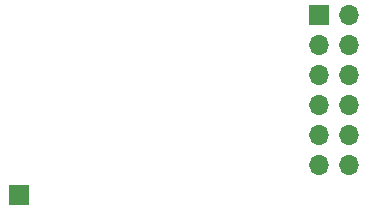
<source format=gbr>
%TF.GenerationSoftware,KiCad,Pcbnew,7.0.1*%
%TF.CreationDate,2023-03-26T17:18:12+02:00*%
%TF.ProjectId,AS4432_ANT_PMOD,41533434-3332-45f4-914e-545f504d4f44,rev?*%
%TF.SameCoordinates,Original*%
%TF.FileFunction,Soldermask,Bot*%
%TF.FilePolarity,Negative*%
%FSLAX46Y46*%
G04 Gerber Fmt 4.6, Leading zero omitted, Abs format (unit mm)*
G04 Created by KiCad (PCBNEW 7.0.1) date 2023-03-26 17:18:12*
%MOMM*%
%LPD*%
G01*
G04 APERTURE LIST*
%ADD10R,1.700000X1.700000*%
%ADD11O,1.700000X1.700000*%
G04 APERTURE END LIST*
D10*
%TO.C,J1*%
X149860000Y-43180000D03*
D11*
X152400000Y-43180000D03*
X149860000Y-45720000D03*
X152400000Y-45720000D03*
X149860000Y-48260000D03*
X152400000Y-48260000D03*
X149860000Y-50800000D03*
X152400000Y-50800000D03*
X149860000Y-53340000D03*
X152400000Y-53340000D03*
X149860000Y-55880000D03*
X152400000Y-55880000D03*
%TD*%
D10*
%TO.C,J2*%
X124460000Y-58420000D03*
%TD*%
M02*

</source>
